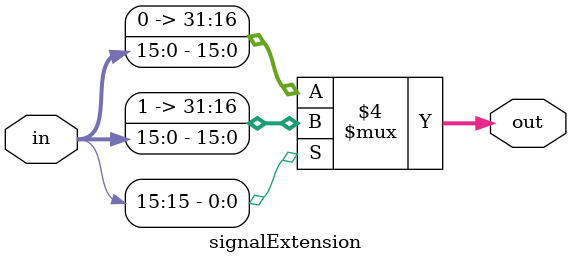
<source format=sv>
module signalExtension (
  input logic [15:0] in,
  output logic [31:0] out
);

always_comb begin
  if (in[15] == 0)
    out = {{16'h0000}, in};
  else
    out = {{16'hFFFF}, in};
end

endmodule
</source>
